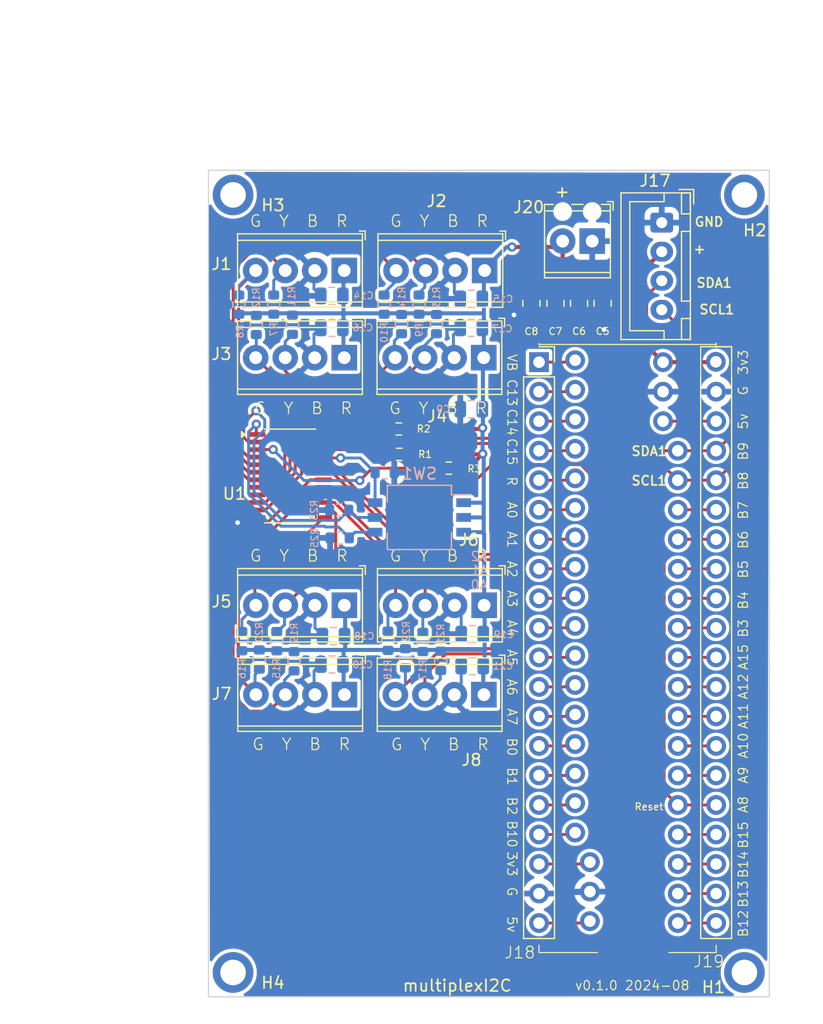
<source format=kicad_pcb>
(kicad_pcb (version 20240108) (generator "pcbnew") (generator_version "8.0")
  (title_block (date "2023-06-04"))
  (layers (0 "F.Cu" signal) (31 "B.Cu" signal) (34 "B.Paste" user) (35 "F.Paste" user) (36 "B.SilkS" user "B.Silkscreen") (37 "F.SilkS" user "F.Silkscreen") (38 "B.Mask" user) (39 "F.Mask" user) (44 "Edge.Cuts" user))
  (net 0 "")
  (net 1 "+3V3")
  (net 2 "GND")
  (net 3 "/SDA1")
  (net 4 "/SCL1")
  (net 5 "/SCL2")
  (net 6 "/SDA2")
  (net 7 "Net-(J18-3v3)")
  (net 8 "Net-(J18-5v)")
  (net 9 "Net-(J19-5v)")
  (net 10 "Net-(J18-VB)")
  (net 11 "Net-(J18-C13)")
  (net 12 "Net-(J18-C14)")
  (net 13 "Net-(J18-C15)")
  (net 14 "Net-(J18-R)")
  (net 15 "Net-(J18-A0)")
  (net 16 "Net-(J18-A1)")
  (net 17 "Net-(J18-A2)")
  (net 18 "Net-(J18-A3)")
  (net 19 "Net-(J18-A4)")
  (net 20 "Net-(J18-A5)")
  (net 21 "Net-(J18-A6)")
  (net 22 "Net-(J18-A7)")
  (net 23 "Net-(J18-B0)")
  (net 24 "Net-(J18-B1)")
  (net 25 "Net-(J18-B2)")
  (net 26 "Net-(J19-B12)")
  (net 27 "Net-(J19-B13)")
  (net 28 "Net-(J19-B14)")
  (net 29 "Net-(J19-B15)")
  (net 30 "Net-(J19-A8)")
  (net 31 "Net-(J19-A9)")
  (net 32 "Net-(J19-A10)")
  (net 33 "Net-(J19-A11)")
  (net 34 "Net-(J19-A12)")
  (net 35 "Net-(J19-A15)")
  (net 36 "Net-(J19-B4)")
  (net 37 "Net-(J19-B5)")
  (net 38 "Net-(J19-B6)")
  (net 39 "Net-(J19-B7)")
  (net 40 "/Connector0/SD")
  (net 41 "/Connector1/SD")
  (net 42 "/Connector2/SD")
  (net 43 "/Connector3/SD")
  (net 44 "/Connector4/SD")
  (net 45 "/Connector5/SD")
  (net 46 "/Connector6/SD")
  (net 47 "/Connector7/SD")
  (net 48 "Net-(U1-A0)")
  (net 49 "Net-(U1-A1)")
  (net 50 "Net-(U1-A2)")
  (net 51 "/Connector7/SC")
  (net 52 "/Connector6/SC")
  (net 53 "/Connector5/SC")
  (net 54 "/Connector4/SC")
  (net 55 "/Connector3/SC")
  (net 56 "/Connector2/SC")
  (net 57 "/Connector1/SC")
  (net 58 "/Connector0/SC")
  (footprint "ProjectLib:MountingHole_2.2mm_M2_ISO7380_Pad" (layer "F.Cu") (at 95.65 93.15)
    (property "Reference" "H1")
    (property "Value" "MountingHole")
  )
  (footprint "ProjectLib:TerminalBlock_Phoenix_MPT-0,5-4-2.54_1x04_P2.54mm_Horizontal" (layer "F.Cu") (at 73.23 32.69 180)
    (property "Reference" "J2")
    (property "Value" "Screw_Terminal_01x04" (hide yes))
  )
  (footprint "ProjectLib:TerminalBlock_Phoenix_MPT-0,5-4-2.54_1x04_P2.54mm_Horizontal" (layer "F.Cu") (at 61.17 69.18 180)
    (property "Reference" "J7")
    (property "Value" "Screw_Terminal_01x04" (hide yes))
  )
  (footprint "ProjectLib:TerminalBlock_Phoenix_MPT-0,5-4-2.54_1x04_P2.54mm_Horizontal" (layer "F.Cu") (at 61.16 61.49 180)
    (property "Reference" "J5")
    (property "Value" "Screw_Terminal_01x04")
  )
  (footprint "ProjectLib:b_pill_takeoffPads_21-40" (layer "F.Cu") (at 89.916 64.77)
    (property "Reference" "J**2" (hide yes))
    (property "Value" "SolderWire-0.25sqmm_1x20_P4.2mm_D0.65mm_OD1.7mm")
  )
  (footprint "ProjectLib:b_pill_socket_21-40" (layer "F.Cu") (at 93.218 64.77)
    (property "Reference" "J19")
    (property "Value" "PinSocket_1x20_P2.54mm_Vertical")
  )
  (footprint "ProjectLib:TerminalBlock_Phoenix_MPT-0,5-4-2.54_1x04_P2.54mm_Horizontal" (layer "F.Cu") (at 73.15 40.19 180)
    (property "Reference" "J4")
    (property "Value" "Screw_Terminal_01x04" (hide yes))
  )
  (footprint "ProjectLib:MountingHole_2.2mm_M2_ISO7380_Pad" (layer "F.Cu") (at 51.65 26.25)
    (property "Reference" "H3")
    (property "Value" "MountingHole")
  )
  (footprint "ProjectLib:C_0805_2012Metric" (layer "F.Cu") (at 81.42 35.57 -90)
    (property "Reference" "C6")
    (property "Value" "10µF")
  )
  (footprint "ProjectLib:R_0603_1608Metric" (layer "F.Cu") (at 65.95 48.57 180)
    (property "Reference" "R1")
    (property "Value" "10k")
  )
  (footprint "ProjectLib:C_0805_2012Metric" (layer "F.Cu") (at 79.39 35.58 -90)
    (property "Reference" "C7")
    (property "Value" "10µF")
  )
  (footprint "ProjectLib:TerminalBlock_Phoenix_MPT-0,5-4-2.54_1x04_P2.54mm_Horizontal" (layer "F.Cu") (at 73.168 69.1825 180)
    (property "Reference" "J8")
    (property "Value" "Screw_Terminal_01x04" (hide yes))
  )
  (footprint "ProjectLib:MountingHole_2.2mm_M2_ISO7380_Pad" (layer "F.Cu") (at 51.65 93.15)
    (property "Reference" "H4")
    (property "Value" "MountingHole")
  )
  (footprint "ProjectLib:JST_XH_B4B-XH-A_1x04_P2.50mm_Vertical" (layer "F.Cu") (at 88.536 28.635 -90)
    (property "Reference" "J17")
    (property "Value" "Conn_01x04_Pin")
  )
  (footprint "ProjectLib:TerminalBlock_Phoenix_MPT-0,5-4-2.54_1x04_P2.54mm_Horizontal" (layer "F.Cu") (at 61.15 32.69 180)
    (property "Reference" "J1")
    (property "Value" "Screw_Terminal_01x04")
  )
  (footprint "Package_SO:TSSOP-24_4.4x7.8mm_P0.65mm" (layer "F.Cu") (at 56.5675 50.435)
    (property "Reference" "U1")
    (property "Value" "TCA9548A")
  )
  (footprint "ProjectLib:C_0805_2012Metric" (layer "F.Cu") (at 83.45 35.57 -90)
    (property "Reference" "C5")
    (property "Value" "10µF")
  )
  (footprint "ProjectLib:b_pill_takeoffPads_1-20" (layer "F.Cu") (at 86.165 64.605)
    (property "Reference" "J**1" (hide yes))
    (property "Value" "SolderWire-0.25sqmm_1x20_P4.2mm_D0.65mm_OD1.7mm")
  )
  (footprint "ProjectLib:b_pill_socket_1-20" (layer "F.Cu") (at 77.978 64.77)
    (property "Reference" "J18")
    (property "Value" "PinSocket_1x20_P2.54mm_Vertical")
  )
  (footprint "ProjectLib:R_0603_1608Metric" (layer "F.Cu") (at 70.22 49.76 180)
    (property "Reference" "R3")
    (property "Value" "10k")
  )
  (footprint "ProjectLib:TerminalBlock_Phoenix_MPT-0,5-4-2.54_1x04_P2.54mm_Horizontal" (layer "F.Cu") (at 73.188 61.4925 180)
    (property "Reference" "J6")
    (property "Value" "Screw_Terminal_01x04" (hide yes))
  )
  (footprint "ProjectLib:R_0603_1608Metric" (layer "F.Cu") (at 65.91 46.39 180)
    (property "Reference" "R2")
    (property "Value" "10k")
  )
  (footprint "ProjectLib:C_0805_2012Metric" (layer "F.Cu") (at 77.32 35.58 -90)
    (property "Reference" "C8")
    (property "Value" "10µF")
  )
  (footprint "ProjectLib:MountingHole_2.2mm_M2_ISO7380_Pad" (layer "F.Cu") (at 95.65 26.25)
    (property "Reference" "H2")
    (property "Value" "MountingHole")
  )
  (footprint "ProjectLib:TerminalBlock_Phoenix_MPT-0,5-2-2.54_1x02_P2.54mm_Horizontal" (layer "F.Cu") (at 82.55 30.226 180)
    (property "Reference" "J20")
    (property "Value" "Screw_Terminal_01x02")
  )
  (footprint "ProjectLib:TerminalBlock_Phoenix_MPT-0,5-4-2.54_1x04_P2.54mm_Horizontal" (layer "F.Cu") (at 61.15 40.19 180)
    (property "Reference" "J3")
    (property "Value" "Screw_Terminal_01x04" (hide yes))
  )
  (footprint "ProjectLib:R_0603_1608Metric" (layer "B.Cu") (at 69.15 37.365 -90)
    (property "Reference" "R13")
    (property "Value" "4.7k")
  )
  (footprint "ProjectLib:C_0805_2012Metric" (layer "B.Cu") (at 72.15 37.69 180)
    (property "Reference" "C17")
    (property "Value" "0.1µF")
  )
  (footprint "ProjectLib:C_0805_2012Metric" (layer "B.Cu") (at 72.15 35.19 180)
    (property "Reference" "C15")
    (property "Value" "0.1µF")
  )
  (footprint "ProjectLib:C_0805_2012Metric" (layer "B.Cu") (at 72.15 44.69 180)
    (property "Reference" "C9")
    (property "Value" "0.1µF")
  )
  (footprint "ProjectLib:R_0603_1608Metric" (layer "B.Cu") (at 67.65 35.69 90)
    (property "Reference" "R9")
    (property "Value" "4.7k")
  )
  (footprint "ProjectLib:R_0603_1608Metric" (layer "B.Cu") (at 56.9 66.375 -90)
    (property "Reference" "R19")
    (property "Value" "4.7k")
  )
  (footprint "ProjectLib:R_0603_1608Metric" (layer "B.Cu") (at 52.41 64.65 90)
    (property "Reference" "R16")
    (property "Value" "4.7k")
  )
  (footprint "ProjectLib:R_0603_1608Metric" (layer "B.Cu") (at 60.78 53.37 180)
    (property "Reference" "R23")
    (property "Value" "100k")
  )
  (footprint "ProjectLib:C_0805_2012Metric" (layer "B.Cu") (at 72.23 66.79 180)
    (property "Reference" "C21")
    (property "Value" "0.1µF")
  )
  (footprint "ProjectLib:R_0603_1608Metric" (layer "B.Cu") (at 69.52 66.335 -90)
    (property "Reference" "R21")
    (property "Value" "4.7k")
  )
  (footprint "ProjectLib:R_0603_1608Metric" (layer "B.Cu") (at 55.15 35.69 90)
    (property "Reference" "R7")
    (property "Value" "4.7k")
  )
  (footprint "ProjectLib:R_0603_1608Metric" (layer "B.Cu") (at 67.98 64.715 90)
    (property "Reference" "R17")
    (property "Value" "4.7k")
  )
  (footprint "ProjectLib:R_0603_1608Metric" (layer "B.Cu") (at 64.98 64.615 90)
    (property "Reference" "R18")
    (property "Value" "4.7k")
  )
  (footprint "ProjectLib:C_0805_2012Metric" (layer "B.Cu") (at 60.29 64.21 180)
    (property "Reference" "C18")
    (property "Value" "0.1µF")
  )
  (footprint "ProjectLib:C_0805_2012Metric" (layer "B.Cu") (at 60.16 66.65 180)
    (property "Reference" "C20")
    (property "Value" "0.1µF")
  )
  (footprint "ProjectLib:R_0603_1608Metric" (layer "B.Cu") (at 66.15 37.365 -90)
    (property "Reference" "R14")
    (property "Value" "4.7k")
  )
  (footprint "ProjectLib:C_0805_2012Metric" (layer "B.Cu") (at 72.23 64.04 180)
    (property "Reference" "C19")
    (property "Value" "0.1µF")
  )
  (footprint "ProjectLib:C_0805_2012Metric" (layer "B.Cu") (at 60.15 34.94 180)
    (property "Reference" "C14")
    (property "Value" "0.1µF")
  )
  (footprint "ProjectLib:R_0603_1608Metric" (layer "B.Cu") (at 55.41 64.65 90)
    (property "Reference" "R15")
    (property "Value" "4.7k")
  )
  (footprint "ProjectLib:R_0603_1608Metric" (layer "B.Cu") (at 52.15 35.69 90)
    (property "Reference" "R8")
    (property "Value" "4.7k")
  )
  (footprint "ProjectLib:R_0603_1608Metric" (layer "B.Cu") (at 64.65 35.69 90)
    (property "Reference" "R10")
    (property "Value" "4.7k")
  )
  (footprint "ProjectLib:R_0603_1608Metric" (layer "B.Cu") (at 64.695 50.15)
    (property "Reference" "R4" (hide yes))
    (property "Value" "100k")
  )
  (footprint "ProjectLib:R_0603_1608Metric" (layer "B.Cu") (at 56.76 37.42 -90)
    (property "Reference" "R11")
    (property "Value" "4.7k")
  )
  (footprint "ProjectLib:SW_DIP_SPSTx03_Slide_KingTek_DSHP03TS_W7.62mm_P1.27mm" (layer "B.Cu") (at 67.68 54 180)
    (property "Reference" "SW1")
    (property "Value" "SW_DIP_x03")
  )
  (footprint "ProjectLib:R_0603_1608Metric" (layer "B.Cu") (at 53.91 66.225 -90)
    (property "Reference" "R20")
    (property "Value" "4.7k")
  )
  (footprint "ProjectLib:R_0603_1608Metric" (layer "B.Cu") (at 53.65 37.44 -90)
    (property "Reference" "R12")
    (property "Value" "4.7k")
  )
  (footprint "ProjectLib:R_0603_1608Metric" (layer "B.Cu") (at 60.825 55.76 180)
    (property "Reference" "R25")
    (property "Value" "100k")
  )
  (footprint "ProjectLib:C_0805_2012Metric" (layer "B.Cu") (at 60.15 37.69 180)
    (property "Reference" "C16")
    (property "Value" "0.1µF")
  )
  (footprint "ProjectLib:R_0603_1608Metric" (layer "B.Cu") (at 66.48 66.115 -90)
    (property "Reference" "R22")
    (property "Value" "4.7k")
  )
  (gr_rect (start 49.53 24.13) (end 97.79 95.25) (stroke (width 0.1)) (fill none) (layer "Edge.Cuts"))
  (gr_text "A0" (at 73.61 60.27 0) (layer "B.SilkS") (effects (font (size 0.8 0.8) (thickness 0.1)) (justify left bottom mirror)))
  (gr_text "A2" (at 73.61 57.81 0) (layer "B.SilkS") (effects (font (size 0.8 0.8) (thickness 0.1)) (justify left bottom mirror)))
  (gr_text "A1" (at 73.63 59.01 0) (layer "B.SilkS") (effects (font (size 0.8 0.8) (thickness 0.1)) (justify left bottom mirror)))
  (gr_text "SCL1" (at 85.852 51.308 0) (layer "F.SilkS") (effects (font (size 0.8 0.8)) (justify left bottom)))
  (gr_text "v0.1.0 2024-08" (at 81.026 94.742 0) (layer "F.SilkS") (effects (font (size 0.8 0.8) (thickness 0.1)) (justify left bottom)))
  (gr_text "multiplexI2C" (at 66.167 94.869 0) (layer "F.SilkS") (effects (font (size 1 1)) (justify left bottom)))
  (gr_text "Reset" (at 86.14 79.24 -0) (layer "F.SilkS") (effects (font (size 0.6 0.6) (thickness 0.1) (bold yes)) (justify left bottom)))
  (gr_text "+" (at 91.186 31.369 0) (layer "F.SilkS") (effects (font (size 0.8 0.8)) (justify left bottom)))
  (gr_text "SCL1" (at 91.694 36.576 0) (layer "F.SilkS") (effects (font (size 0.8 0.8)) (justify left bottom)))
  (gr_text "GND" (at 91.29 29.04 0) (layer "F.SilkS") (effects (font (size 0.8 0.8) (thickness 0.15) (bold yes)) (justify left bottom)))
  (gr_text "+" (at 79.248 26.543 0) (layer "F.SilkS") (effects (font (size 1 1)) (justify left bottom)))
  (gr_text "SDA1" (at 91.44 34.29 0) (layer "F.SilkS") (effects (font (size 0.8 0.8)) (justify left bottom)))
  (gr_text "SDA1" (at 85.852 48.768 0) (layer "F.SilkS") (effects (font (size 0.8 0.8)) (justify left bottom)))
  (segment (start 77.343 34.61) (end 77.343 30.861) (width 0.35) (layer "F.Cu") (net 1))
  (segment (start 81.407 33.782) (end 81.661 33.528) (width 0.35) (layer "F.Cu") (net 1))
  (segment (start 88.646 40.64) (end 93.163 40.64) (width 0.35) (layer "F.Cu") (net 1))
  (segment (start 62.241607 46.86) (end 59.43 46.86) (width 0.35) (layer "F.Cu") (net 1))
  (segment (start 81.407 34.61) (end 81.407 33.782) (width 0.35) (layer "F.Cu") (net 1))
  (segment (start 71.9 49.76) (end 73.13 48.53) (width 0.35) (layer "F.Cu") (net 1))
  (segment (start 86.143 33.528) (end 88.536 31.135) (width 0.35) (layer "F.Cu") (net 1))
  (segment (start 73.12 46.3) (end 73.03 46.39) (width 0.35) (layer "F.Cu") (net 1))
  (segment (start 73.03 46.39) (end 66.735 46.39) (width 0.35) (layer "F.Cu") (net 1))
  (segment (start 83.439 33.528) (end 86.143 33.528) (width 0.35) (layer "F.Cu") (net 1))
  (segment (start 73.09 48.57) (end 66.775 48.57) (width 0.35) (layer "F.Cu") (net 1))
  (segment (start 71.045 49.76) (end 71.9 49.76) (width 0.35) (layer "F.Cu") (net 1))
  (segment (start 75.65 30.734) (end 77.47 30.734) (width 0.35) (layer "F.Cu") (net 1))
  (segment (start 81.661 33.528) (end 83.439 33.528) (width 0.35) (layer "F.Cu") (net 1))
  (segment (start 73.13 48.53) (end 73.09 48.57) (width 0.35) (layer "F.Cu") (net 1))
  (segment (start 65.885 45.54) (end 63.561607 45.54) (width 0.35) (layer "F.Cu") (net 1))
  (segment (start 66.735 46.39) (end 65.885 45.54) (width 0.35) (layer "F.Cu") (net 1))
  (segment (start 88.646 40.64) (end 86.736 38.73) (width 0.35) (layer "F.Cu") (net 1))
  (segment (start 83.439 34.61) (end 83.439 33.528) (width 0.35) (layer "F.Cu") (net 1))
  (segment (start 80.01 30.226) (end 80.01 31.877) (width 0.35) (layer "F.Cu") (net 1))
  (segment (start 80.01 33.975) (end 80.01 30.226) (width 0.35) (layer "F.Cu") (net 1))
  (segment (start 80.01 31.877) (end 81.661 33.528) (width 0.35) (layer "F.Cu") (net 1))
  (segment (start 86.736 38.73) (end 86.736 32.935) (width 0.35) (layer "F.Cu") (net 1))
  (segment (start 79.375 34.61) (end 80.01 33.975) (width 0.35) (layer "F.Cu") (net 1))
  (segment (start 86.736 32.935) (end 88.536 31.135) (width 0.35) (layer "F.Cu") (net 1))
  (segment (start 63.561607 45.54) (end 62.241607 46.86) (width 0.35) (layer "F.Cu") (net 1))
  (segment (start 77.47 30.734) (end 79.502 30.734) (width 0.35) (layer "F.Cu") (net 1))
  (segment (start 77.343 30.861) (end 77.47 30.734) (width 0.35) (layer "F.Cu") (net 1))
  (via (at 73.13 48.53) (size 0.8) (drill 0.4) (layers "F.Cu" "B.Cu") (net 1))
  (via (at 73.12 46.3) (size 0.8) (drill 0.4) (layers "F.Cu" "B.Cu") (net 1))
  (via (at 75.65 30.734) (size 0.8) (drill 0.4) (layers "F.Cu" "B.Cu") (net 1))
  (segment (start 73.12 46.3) (end 73.12 48.52) (width 0.35) (layer "B.Cu") (net 1))
  (segment (start 69.15 36.44) (end 67.65 36.44) (width 0.35) (layer "B.Cu") (net 1))
  (segment (start 73.217 55.4) (end 73.087 55.27) (width 0.35) (layer "B.Cu") (net 1))
  (segment (start 67.65 36.44) (end 66.15 36.44) (width 0.35) (layer "B.Cu") (net 1))
  (segment (start 64.65 36.44) (end 51.9 36.44) (width 0.35) (layer "B.Cu") (net 1))
  (segment (start 73.087 55.27) (end 71.49 55.27) (width 0.35) (layer "B.Cu") (net 1))
  (segment (start 61.15 40.19) (end 61.15 37.69) (width 0.35) (layer "B.Cu") (net 1))
  (segment (start 61.16 65.4) (end 52.41 65.4) (width 0.35) (layer "B.Cu") (net 1))
  (segment (start 73.255 55.438) (end 73.255 61.56) (width 0.35) (layer "B.Cu") (net 1))
  (segment (start 73.15 40.19) (end 73.15 45.69) (width 0.35) (layer "B.Cu") (net 1))
  (segment (start 73.297 61.675) (end 73.297 66.923) (width 0.35) (layer "B.Cu") (net 1))
  (segment (start 73.217 52.73) (end 73.217 48.617) (width 0.35) (layer "B.Cu") (net 1))
  (segment (start 75.186 30.734) (end 73.23 32.69) (width 0.35) (layer "B.Cu") (net 1))
  (segment (start 73.15 45.69) (end 73.15 46.44) (width 0.35) (layer "B.Cu") (net 1))
  (segment (start 73.18 66.79) (end 73.18 69.058) (width 0.35) (layer "B.Cu") (net 1))
  (segment (start 73.23 39.61) (end 73.23 36.69) (width 0.35) (layer "B.Cu") (net 1))
  (segment (start 73.217 53.98) (end 73.217 52.73) (width 0.35) (layer "B.Cu") (net 1))
  (segment (start 61.15 36.69) (end 61.15 32.69) (width 0.35) (layer "B.Cu") (net 1))
  (segment (start 73.23 36.69) (end 73.23 36.44) (width 0.35) (layer "B.Cu") (net 1))
  (segment (start 61.15 37.69) (end 61.15 36.69) (width 0.35) (layer "B.Cu") (net 1))
  (segment (start 61.16 65.65) (end 61.16 65.4) (width 0.35) (layer "B.Cu") (net 1))
  (segment (start 75.65 30.734) (end 75.186 30.734) (width 0.35) (layer "B.Cu") (net 1))
  (segment (start 73.217 55.4) (end 73.217 53.98) (width 0.35) (layer "B.Cu") (net 1))
  (segment (start 61.16 65.4) (end 73.37 65.4) (width 0.35) (layer "B.Cu") (net 1))
  (segment (start 73.087 55.27) (end 73.255 55.438) (width 0.35) (layer "B.Cu") (net 1))
  (segment (start 73.197 54) (end 71.49 54) (width 0.35) (layer "B.Cu") (net 1))
  (segment (start 73.217 52.73) (end 71.49 52.73) (width 0.35) (layer "B.Cu") (net 1))
  (segment (start 66.15 36.44) (end 64.65 36.44) (width 0.35) (layer "B.Cu") (net 1))
  (segment (start 73.217 53.98) (end 73.197 54) (width 0.35) (layer "B.Cu") (net 1))
  (segment (start 73.23 35.19) (end 73.23 32.69) (width 0.35) (layer "B.Cu") (net 1))
  (segment (start 73.23 36.44) (end 69.15 36.44) (width 0.35) (layer "B.Cu") (net 1))
  (segment (start 61.16 69.15) (end 61.16 65.65) (width 0.35) (layer "B.Cu") (net 1))
  (segment (start 73.12 48.52) (end 73.13 48.53) (width 0.35) (layer "B.Cu") (net 1))
  (segment (start 61.3 65.32) (end 61.3 61.57) (width 0.35) (layer "B.Cu") (net 1))
  (segment (start 73.217 48.617) (end 73.13 48.53) (width 0.35) (layer "B.Cu") (net 1))
  (segment (start 73.23 36.44) (end 73.23 35.19) (width 0.35) (layer "B.Cu") (net 1))
  (segment (start 79.375 36.51) (end 81.407 36.51) (width 0.25) (layer "F.Cu") (net 2))
  (segment (start 83.439 37.719) (end 83.566 37.846) (width 0.25) (layer "F.Cu") (net 2))
  (segment (start 77.343 36.51) (end 79.375 36.51) (width 0.25) (layer "F.Cu") (net 2))
  (segment (start 52.48 54.01) (end 52.04 54.45) (width 0.25) (layer "F.Cu") (net 2))
  (segment (start 75.819 36.576) (end 77.277 36.576) (width 0.25) (layer "F.Cu") (net 2))
  (segment (start 83.439 36.51) (end 83.439 37.719) (width 0.25) (layer "F.Cu") (net 2))
  (segment (start 53.705 54.01) (end 52.48 54.01) (width 0.25) (layer "F.Cu") (net 2))
  (segment (start 81.407 36.51) (end 83.439 36.51) (width 0.25) (layer "F.Cu") (net 2))
  (via (at 52.04 54.45) (size 0.8) (drill 0.4) (layers "F.Cu" "B.Cu") (net 2))
  (via (at 83.566 37.846) (size 0.8) (drill 0.4) (layers "F.Cu" "B.Cu") (net 2))
  (via (at 75.819 36.576) (size 0.8) (drill 0.4) (layers "F.Cu" "B.Cu") (net 2))
  (segment (start 58.61 38.23) (end 59.15 37.69) (width 0.25) (layer "B.Cu") (net 2))
  (segment (start 58.62 67.19) (end 59.16 66.65) (width 0.25) (layer "B.Cu") (net 2))
  (segment (start 70.695 69.25) (end 70.695 69.675) (width 0.25) (layer "B.Cu") (net 2))
  (segment (start 58.61 32.69) (end 58.61 34.35) (width 0.25) (layer "B.Cu") (net 2))
  (segment (start 58.62 69.15) (end 58.62 67.19) (width 0.25) (layer "B.Cu") (net 2))
  (segment (start 71.85 71.16) (end 71.92 71.16) (width 0.25) (layer "B.Cu") (net 2))
  (segment (start 70.695 70.005) (end 71.85 71.16) (width 0.25) (layer "B.Cu") (net 2))
  (segment (start 58.7 61.59) (end 58.7 63.5) (width 0.25) (layer "B.Cu") (net 2))
  (segment (start 70 64.04) (end 69.99 64.03) (width 0.25) (layer "B.Cu") (net 2))
  (segment (start 70.69 32.69) (end 70.69 34.73) (width 0.25) (layer "B.Cu") (net 2))
  (segment (start 58.7 63.5) (end 59.29 64.09) (width 0.25) (layer "B.Cu") (net 2))
  (segment (start 70.61 40.19) (end 70.61 38.28) (width 0.25) (layer "B.Cu") (net 2))
  (segment (start 77.978 86.36) (end 82.423 86.36) (width 0.25) (layer "B.Cu") (net 2))
  (segment (start 70.69 34.73) (end 71.15 35.19) (width 0.25) (layer "B.Cu") (net 2))
  (segment (start 58.61 34.35) (end 59.2 34.94) (width 0.25) (layer "B.Cu") (net 2))
  (segment (start 70.695 69.675) (end 72.16 71.14) (width 0.25) (layer "B.Cu") (net 2))
  (segment (start 72.16 71.14) (end 72.25 71.14) (width 0.25) (layer "B.Cu") (net 2))
  (segment (start 70.61 38.28) (end 71.2 37.69) (width 0.25) (layer "B.Cu") (net 2))
  (segment (start 70.695 69.25) (end 70.695 70.005) (width 0.25) (layer "B.Cu") (net 2))
  (segment (start 71.28 64.04) (end 71.28 62.198) (width 0.25) (layer "B.Cu") (net 2))
  (segment (start 71.28 66.79) (end 71.28 68.652) (width 0.25) (layer "B.Cu") (net 2))
  (segment (start 71.28 64.04) (end 70 64.04) (width 0.25) (layer "B.Cu") (net 2))
  (segment (start 58.61 40.19) (end 58.61 38.23) (width 0.25) (layer "B.Cu") (net 2))
  (segment (start 75.4 37.69) (end 75.4 46.19) (width 0.25) (layer "F.Cu") (net 3))
  (segment (start 87.236 37.452) (end 87.236 34.935) (width 0.25) (layer "F.Cu") (net 3))
  (segment (start 88.713919 48.26) (end 89.916 48.26) (width 0.25) (layer "F.Cu") (net 3))
  (segment (start 87.757 37.973) (end 87.236 37.452) (width 0.25) (layer "F.Cu") (net 3))
  (segment (start 95.181 47.117) (end 94.361 47.117) (width 0.25) (layer "F.Cu") (net 3))
  (segment (start 65.085 46.39) (end 63.965 47.51) (width 0.25) (layer "F.Cu") (net 3))
  (segment (start 94.361 47.117) (end 93.218 48.26) (width 0.25) (layer "F.Cu") (net 3))
  (segment (start 84.818 40.693) (end 84.818 44.364081) (width 0.25) (layer "F.Cu") (net 3))
  (segment (start 81.844 37.719) (end 75.984604 37.719) (width 0.25) (layer "F.Cu") (net 3))
  (segment (start 75.984604 37.719) (end 75.955604 37.69) (width 0.25) (layer "F.Cu") (net 3))
  (segment (start 95.181 37.973) (end 95.181 47.117) (width 0.25) (layer "F.Cu") (net 3))
  (segment (start 87.236 34.935) (end 88.536 33.635) (width 0.25) (layer "F.Cu") (net 3))
  (segment (start 65.885 47.19) (end 65.085 46.39) (width 0.25) (layer "F.Cu") (net 3))
  (segment (start 84.818 44.364081) (end 88.713919 48.26) (width 0.25) (layer "F.Cu") (net 3))
  (segment (start 75.4 46.19) (end 74.4 47.19) (width 0.25) (layer "F.Cu") (net 3))
  (segment (start 90.678 48.26) (end 92.581604 48.26) (width 0.25) (layer "F.Cu") (net 3))
  (segment (start 63.965 47.51) (end 59.43 47.51) (width 0.25) (layer "F.Cu") (net 3))
  (segment (start 75.955604 37.69) (end 75.4 37.69) (width 0.25) (layer "F.Cu") (net 3))
  (segment (start 87.757 37.973) (end 95.181 37.973) (width 0.25) (layer "F.Cu") (net 3))
  (segment (start 74.4 47.19) (end 65.885 47.19) (width 0.25) (layer "F.Cu") (net 3))
  (segment (start 81.844 37.719) (end 84.818 40.693) (width 0.25) (layer "F.Cu") (net 3))
  (segment (start 75.9 38.44) (end 75.9 46.44) (width 0.25) (layer "F.Cu") (net 4))
  (segment (start 94.234 49.784) (end 93.218 50.8) (width 0.25) (layer "F.Cu") (net 4))
  (segment (start 81.661 38.354) (end 75.986 38.354) (width 0.25) (layer "F.Cu") (net 4))
  (segment (start 90.043 50.8) (end 93.218 50.8) (width 0.25) (layer "F.Cu") (net 4))
  (segment (start 95.631 37.465) (end 95.631 49.784) (width 0.25) (layer "F.Cu") (net 4))
  (segment (start 74.7 47.64) (end 66.055 47.64) (width 0.25) (layer "F.Cu") (net 4))
  (segment (start 81.661 38.354) (end 84.368 41.061) (width 0.25) (layer "F.Cu") (net 4))
  (segment (start 66.055 47.64) (end 65.125 48.57) (width 0.25) (layer "F.Cu") (net 4))
  (segment (start 64.715 48.16) (end 59.43 48.16) (width 0.25) (layer "F.Cu") (net 4))
  (segment (start 88.84 36.389) (end 89.916 37.465) (width 0.25) (layer "F.Cu") (net 4))
  (segment (start 75.9 46.44) (end 74.7 47.64) (width 0.25) (layer "F.Cu") (net 4))
  (segment (start 84.368 41.061) (end 84.368 45.252) (width 0.25) (layer "F.Cu") (net 4))
  (segment (start 65.125 48.57) (end 64.715 48.16) (width 0.25) (layer "F.Cu") (net 4))
  (segment (start 89.916 37.465) (end 95.631 37.465) (width 0.25) (layer "F.Cu") (net 4))
  (segment (start 95.631 49.784) (end 94.234 49.784) (width 0.25) (layer "F.Cu") (net 4))
  (segment (start 75.986 38.354) (end 75.9 38.44) (width 0.25) (layer "F.Cu") (net 4))
  (segment (start 84.368 45.252) (end 89.916 50.8) (width 0.25) (layer "F.Cu") (net 4))
  (segment (start 77.978 81.28) (end 81.153 81.28) (width 0.25) (layer "F.Cu") (net 5))
  (segment (start 90.678 63.5) (end 93.218 63.5) (width 0.25) (layer "F.Cu") (net 6))
  (segment (start 77.978 83.82) (end 82.19 83.82) (width 0.25) (layer "F.Cu") (net 7))
  (segment (start 77.978 88.9) (end 82.19 88.9) (width 0.25) (layer "F.Cu") (net 8))
  (segment (start 88.646 45.72) (end 93.218 45.72) (width 0.25) (layer "F.Cu") (net 9))
  (segment (start 77.978 40.64) (end 80.92 40.64) (width 0.25) (layer "F.Cu") (net 10))
  (segment (start 77.978 43.18) (end 81.026 43.18) (width 0.25) (layer "F.Cu") (net 11))
  (segment (start 77.978 45.72) (end 81.026 45.72) (width 0.25) (layer "F.Cu") (net 12))
  (segment (start 81.026 48.26) (end 77.978 48.26) (width 0.25) (layer "F.Cu") (net 13))
  (segment (start 77.978 50.8) (end 81.026 50.8) (width 0.25) (layer "F.Cu") (net 14))
  (segment (start 81.026 53.34) (end 77.978 53.34) (width 0.25) (layer "F.Cu") (net 15))
  (segment (start 77.978 55.88) (end 81.026 55.88) (width 0.25) (layer "F.Cu") (net 16))
  (segment (start 81.026 58.42) (end 77.978 58.42) (width 0.25) (layer "F.Cu") (net 17))
  (segment (start 77.978 60.96) (end 81.026 60.96) (width 0.25) (layer "F.Cu") (net 18))
  (segment (start 81.026 63.5) (end 77.978 63.5) (width 0.25) (layer "F.Cu") (net 19))
  (segment (start 77.978 66.04) (end 81.026 66.04) (width 0.25) (layer "F.Cu") (net 20))
  (segment (start 81.026 68.58) (end 77.978 68.58) (width 0.25) (layer "F.Cu") (net 21))
  (segment (start 77.978 71.12) (end 81.026 71.12) (width 0.25) (layer "F.Cu") (net 22))
  (segment (start 81.026 73.66) (end 77.978 73.66) (width 0.25) (layer "F.Cu") (net 23))
  (segment (start 77.978 76.2) (end 81.026 76.2) (width 0.25) (layer "F.Cu") (net 24))
  (segment (start 77.978 78.74) (end 81.026 78.74) (width 0.25) (layer "F.Cu") (net 25))
  (segment (start 90.043 88.9) (end 93.218 88.9) (width 0.25) (layer "F.Cu") (net 26))
  (segment (start 90.043 86.36) (end 93.218 86.36) (width 0.25) (layer "F.Cu") (net 27))
  (segment (start 90.043 83.82) (end 93.218 83.82) (width 0.25) (layer "F.Cu") (net 28))
  (segment (start 90.043 81.28) (end 93.218 81.28) (width 0.25) (layer "F.Cu") (net 29))
  (segment (start 81.561701 49.45) (end 73.9 49.45) (width 0.25) (layer "F.Cu") (net 30))
  (segment (start 90.043 78.74) (end 93.218 78.74) (width 0.25) (layer "F.Cu") (net 30))
  (segment (start 89.916 78.74) (end 88.741 77.565) (width 0.25) (layer "F.Cu") (net 30))
  (segment (start 55.1 48.16) (end 53.705 48.16) (width 0.25) (layer "F.Cu") (net 30))
  (segment (start 63.62 49.76) (end 62.556402 50.823598) (width 0.25) (layer "F.Cu") (net 30))
  (segment (start 88.741 56.629299) (end 81.561701 49.45) (width 0.25) (layer "F.Cu") (net 30))
  (segment (start 88.741 77.565) (end 88.741 56.629299) (width 0.25) (layer "F.Cu") (net 30))
  (segment (start 69.395 49.76) (end 63.62 49.76) (width 0.25) (layer "F.Cu") (net 30))
  (segment (start 70.195 50.56) (end 69.395 49.76) (width 0.25) (layer "F.Cu") (net 30))
  (segment (start 73.9 49.45) (end 72.79 50.56) (width 0.25) (layer "F.Cu") (net 30))
  (segment (start 72.79 50.56) (end 70.195 50.56) (width 0.25) (layer "F.Cu") (net 30))
  (via (at 62.556402 50.823598) (size 0.8) (drill 0.4) (layers "F.Cu" "B.Cu") (net 30))
  (via (at 55.1 48.16) (size 0.8) (drill 0.4) (layers "F.Cu" "B.Cu") (net 30))
  (segment (start 57.763598 50.823598) (end 62.556402 50.823598) (width 0.25) (layer "B.Cu") (net 30))
  (segment (start 55.1 48.16) (end 57.763598 50.823598) (width 0.25) (layer "B.Cu") (net 30))
  (segment (start 90.043 76.2) (end 93.218 76.2) (width 0.25) (layer "F.Cu") (net 31))
  (segment (start 90.043 73.66) (end 93.218 73.66) (width 0.25) (layer "F.Cu") (net 32))
  (segment (start 90.043 71.12) (end 93.218 71.12) (width 0.25) (layer "F.Cu") (net 33))
  (segment (start 90.043 68.58) (end 93.218 68.58) (width 0.25) (layer "F.Cu") (net 34))
  (segment (start 90.17 66.04) (end 93.218 66.04) (width 0.25) (layer "F.Cu") (net 35))
  (segment (start 90.043 60.96) (end 93.218 60.96) (width 0.25) (layer "F.Cu") (net 36))
  (segment (start 90.043 58.42) (end 93.218 58.42) (width 0.25) (layer "F.Cu") (net 37))
  (segment (start 90.17 55.88) (end 93.218 55.88) (width 0.25) (layer "F.Cu") (net 38))
  (segment (start 90.043 53.34) (end 93.218 53.34) (width 0.25) (layer "F.Cu") (net 39))
  (segment (start 52.967501 48.81) (end 52.12 47.962499) (width 0.25) (layer "F.Cu") (net 40))
  (segment (start 52.12 34.2345) (end 53.597 32.7575) (width 0.25) (layer "F.Cu") (net 40))
  (segment (start 53.705 48.81) (end 52.967501 48.81) (width 0.25) (layer "F.Cu") (net 40))
  (segment (start 52.12 47.962499) (end 52.12 34.2345) (width 0.25) (layer "F.Cu") (net 40))
  (segment (start 53.53 32.69) (end 52.15 34.07) (width 0.25) (layer "B.Cu") (net 40))
  (segment (start 52.15 34.07) (end 52.15 34.865) (width 0.25) (layer "B.Cu") (net 40))
  (segment (start 52.89 30.7) (end 63.6195 30.7) (width 0.25) (layer "F.Cu") (net 41))
  (segment (start 51.21 48.352499) (end 51.21 32.38) (width 0.25) (layer "F.Cu") (net 41))
  (segment (start 51.21 32.38) (end 52.89 30.7) (width 0.25) (layer "F.Cu") (net 41))
  (segment (start 63.6195 30.7) (end 65.677 32.7575) (width 0.25) (layer "F.Cu") (net 41))
  (segment (start 53.705 50.11) (end 52.967501 50.11) (width 0.25) (layer "F.Cu") (net 41))
  (segment (start 52.967501 50.11) (end 51.21 48.352499) (width 0.25) (layer "F.Cu") (net 41))
  (segment (start 65.61 33.73) (end 64.65 34.69) (width 0.25) (layer "B.Cu") (net 41))
  (segment (start 53.705 51.41) (end 54.469707 51.41) (width 0.25) (layer "F.Cu") (net 42))
  (segment (start 55.8995 42.56) (end 55.92 42.56) (width 0.25) (layer "F.Cu") (net 42))
  (segment (start 56.1 49.779707) (end 56.1 42.74) (width 0.25) (layer "F.Cu") (net 42))
  (segment (start 55.8995 42.56) (end 53.597 40.2575) (width 0.25) (layer "F.Cu") (net 42))
  (segment (start 55.92 42.56) (end 56.1 42.74) (width 0.25) (layer "F.Cu") (net 42))
  (segment (start 54.469707 51.41) (end 56.1 49.779707) (width 0.25) (layer "F.Cu") (net 42))
  (segment (start 53.65 38.265) (end 53.65 40.2045) (width 0.25) (layer "B.Cu") (net 42))
  (segment (start 53.65 40.2045) (end 53.597 40.2575) (width 0.25) (layer "B.Cu") (net 42))
  (segment (start 54.442499 52.71) (end 57 50.152499) (width 0.25) (layer "F.Cu") (net 43))
  (segment (start 53.705 52.71) (end 54.442499 52.71) (width 0.25) (layer "F.Cu") (net 43))
  (segment (start 60.7945 45.06) (end 65.597 40.2575) (width 0.25) (layer "F.Cu") (net 43))
  (segment (start 57 50.152499) (end 57 45.06) (width 0.25) (layer "F.Cu") (net 43))
  (segment (start 57 45.06) (end 60.7945 45.06) (width 0.25) (layer "F.Cu") (net 43))
  (segment (start 65.53 38.81) (end 66.15 38.19) (width 0.25) (layer "B.Cu") (net 43))
  (segment (start 65.53 40.19) (end 65.53 38.81) (width 0.25) (layer "B.Cu") (net 43))
  (segment (start 53.527 61.4775) (end 53.527 59.913) (width 0.25) (layer "F.Cu") (net 44))
  (segment (start 53.527 59.913) (end 59.43 54.01) (width 0.25) (layer "F.Cu") (net 44))
  (segment (start 53.607 61.5575) (end 53.527 61.4775) (width 0.25) (layer "F.Cu") (net 44))
  (segment (start 52.41 62.78) (end 52.41 63.9) (width 0.25) (layer "B.Cu") (net 44))
  (segment (start 53.54 61.65) (end 52.41 62.78) (width 0.25) (layer "B.Cu") (net 44))
  (segment (start 59.43 52.71) (end 60.371312 52.71) (width 0.25) (layer "F.Cu") (net 45))
  (segment (start 60.371312 52.71) (end 65.635 57.973688) (width 0.25) (layer "F.Cu") (net 45))
  (segment (start 65.635 57.973688) (end 65.635 61.56) (width 0.25) (layer "F.Cu") (net 45))
  (segment (start 64.98 63.79) (end 64.98 62.372) (width 0.25) (layer "B.Cu") (net 45))
  (segment (start 64.98 62.372) (end 65.677 61.675) (width 0.25) (layer "B.Cu") (net 45))
  (segment (start 52.102 67.7325) (end 53.617 69.2475) (width 0.25) (layer "F.Cu") (net 46))
  (segment (start 58.692501 51.41) (end 52.102 58.000501) (width 0.25) (layer "F.Cu") (net 46))
  (segment (start 59.43 51.41) (end 58.692501 51.41) (width 0.25) (layer "F.Cu") (net 46))
  (segment (start 52.102 58.000501) (end 52.102 67.7325) (width 0.25) (layer "F.Cu") (net 46))
  (segment (start 53.54 67.52) (end 53.91 67.15) (width 0.25) (layer "B.Cu") (net 46))
  (segment (start 53.54 69.15) (end 53.54 67.52) (width 0.25) (layer "B.Cu") (net 46))
  (segment (start 74.22 57.63) (end 74.9 58.31) (width 0.25) (layer "F.Cu") (net 47))
  (segment (start 69.575 65.29) (end 65.615 69.25) (width 0.25) (layer "F.Cu") (net 47))
  (segment (start 74.213604 65.29) (end 69.575 65.29) (width 0.25) (layer "F.Cu") (net 47))
  (segment (start 59.43 50.11) (end 60.167499 50.11) (width 0.25) (layer "F.Cu") (net 47))
  (segment (start 67.687499 57.63) (end 74.22 57.63) (width 0.25) (layer "F.Cu") (net 47))
  (segment (start 74.9 64.603604) (end 74.213604 65.29) (width 0.25) (layer "F.Cu") (net 47))
  (segment (start 74.9 58.31) (end 74.9 64.603604) (width 0.25) (layer "F.Cu") (net 47))
  (segment (start 60.167499 50.11) (end 67.687499 57.63) (width 0.25) (layer "F.Cu") (net 47))
  (segment (start 66.48 66.94) (end 66.48 68.372) (width 0.25) (layer "B.Cu") (net 47))
  (segment (start 66.48 68.372) (end 65.677 69.175) (width 0.25) (layer "B.Cu") (net 47))
  (segment (start 53.65 46.805) (end 53.705 46.86) (width 0.25) (layer "F.Cu") (net 48))
  (segment (start 53.65 45.98) (end 53.65 46.805) (width 0.25) (layer "F.Cu") (net 48))
  (via (at 53.65 45.98) (size 0.8) (drill 0.4) (layers "F.Cu" "B.Cu") (net 48))
  (segment (start 62.14 55.27) (end 61.65 55.76) (width 0.25) (layer "B.Cu") (net 48))
  (segment (start 52.99 51.97) (end 55.771502 54.751502) (width 0.25) (layer "B.Cu") (net 48))
  (segment (start 52.99 46.64) (end 52.99 51.97) (width 0.25) (layer "B.Cu") (net 48))
  (segment (start 53.65 45.98) (end 52.99 46.64) (width 0.25) (layer "B.Cu") (net 48))
  (segment (start 63.87 55.27) (end 62.14 55.27) (width 0.25) (layer "B.Cu") (net 48))
  (segment (start 60.71 54.82) (end 61.65 55.76) (width 0.25) (layer "B.Cu") (net 48))
  (segment (start 59.596996 54.82) (end 60.71 54.82) (width 0.25) (layer "B.Cu") (net 48))
  (segment (start 55.771502 54.751502) (end 59.528498 54.751502) (width 0.25) (layer "B.Cu") (net 48))
  (segment (start 59.528498 54.751502) (end 59.596996 54.82) (width 0.25) (layer "B.Cu") (net 48))
  (segment (start 52.57 45.87) (end 52.57 47.112499) (width 0.25) (layer "F.Cu") (net 49))
  (segment (start 52.967501 47.51) (end 53.705 47.51) (width 0.25) (layer "F.Cu") (net 49))
  (segment (start 52.57 47.112499) (end 52.967501 47.51) (width 0.25) (layer "F.Cu") (net 49))
  (segment (start 53.62 44.82) (end 52.57 45.87) (width 0.25) (layer "F.Cu") (net 49))
  (via (at 53.62 44.82) (size 0.8) (drill 0.4) (layers "F.Cu" "B.Cu") (net 49))
  (segment (start 53.62 44.82) (end 54.375 45.575) (width 0.25) (layer "B.Cu") (net 49))
  (segment (start 54.375 46.445) (end 54.1 46.72) (width 0.25) (layer "B.Cu") (net 49))
  (segment (start 60.725 54.25) (end 61.605 53.37) (width 0.25) (layer "B.Cu") (net 49))
  (segment (start 62.235 54) (end 63.87 54) (width 0.25) (layer "B.Cu") (net 49))
  (segment (start 54.1 46.72) (end 53.45 47.37) (width 0.25) (layer "B.Cu") (net 49))
  (segment (start 61.605 53.37) (end 62.235 54) (width 0.25) (layer "B.Cu") (net 49))
  (segment (start 54.1 52.43) (end 55.92 54.25) (width 0.25) (layer "B.Cu") (net 49))
  (segment (start 53.45 47.37) (end 53.45 51.793604) (width 0.25) (layer "B.Cu") (net 49))
  (segment (start 53.45 51.793604) (end 54.088198 52.431802) (width 0.25) (layer "B.Cu") (net 49))
  (segment (start 55.92 54.25) (end 60.725 54.25) (width 0.25) (layer "B.Cu") (net 49))
  (segment (start 54.375 45.575) (end 54.375 46.445) (width 0.25) (layer "B.Cu") (net 49))
  (segment (start 60.9 48.885) (end 59.505 48.885) (width 0.25) (layer "F.Cu") (net 50))
  (segment (start 59.505 48.885) (end 59.43 48.81) (width 0.25) (layer "F.Cu") (net 50))
  (via (at 60.9 48.885) (size 0.8) (drill 0.4) (layers "F.Cu" "B.Cu") (net 50))
  (segment (start 63.87 50.15) (end 63.87 52.73) (width 0.25) (layer "B.Cu") (net 50))
  (segment (start 60.9 48.885) (end 62.605 48.885) (width 0.25) (layer "B.Cu") (net 50))
  (segment (start 61.045 48.74) (end 60.9 48.885) (width 0.25) (layer "B.Cu") (net 50))
  (segment (start 62.605 48.885) (end 63.87 50.15) (width 0.25) (layer "B.Cu") (net 50))
  (segment (start 59.43 49.46) (end 60.153895 49.46) (width 0.25) (layer "F.Cu") (net 51))
  (segment (start 69.92 65.8) (end 68.155 67.565) (width 0.25) (layer "F.Cu") (net 51))
  (segment (start 75.35 62.315) (end 75.35 64.79) (width 0.25) (layer "F.Cu") (net 51))
  (segment (start 67.873895 57.18) (end 74.48 57.18) (width 0.25) (layer "F.Cu") (net 51))
  (segment (start 74.4 65.74) (end 69.92 65.74) (width 0.25) (layer "F.Cu") (net 51))
  (segment (start 60.153895 49.46) (end 67.873895 57.18) (width 0.25) (layer "F.Cu") (net 51))
  (segment (start 75.37 58.07) (end 75.37 62.295) (width 0.25) (layer "F.Cu") (net 51))
  (segment (start 74.48 57.18) (end 75.37 58.07) (width 0.25) (layer "F.Cu") (net 51))
  (segment (start 68.155 67.565) (end 68.155 69.25) (width 0.25) (layer "F.Cu") (net 51))
  (segment (start 59.43 49.46) (end 60.167499 49.46) (width 0.25) (layer "F.Cu") (net 51))
  (segment (start 75.37 62.295) (end 75.35 62.315) (width 0.25) (layer "F.Cu") (net 51))
  (segment (start 75.35 64.79) (end 74.4 65.74) (width 0.25) (layer "F.Cu") (net 51))
  (segment (start 69.48 66.94) (end 69.48 67.912) (width 0.25) (layer "B.Cu") (net 51))
  (segment (start 69.48 67.912) (end 68.217 69.175) (width 0.25) (layer "B.Cu") (net 51))
  (segment (start 59.43 50.76) (end 58.296312 50.76) (width 0.25) (layer "F.Cu") (net 52))
  (segment (start 53.026745 70.6725) (end 54.732 70.6725) (width 0.25) (layer "F.Cu") (net 52))
  (segment (start 51.652 57.404312) (end 51.652 69.297755) (width 0.25) (layer "F.Cu") (net 52))
  (segment (start 51.652 69.297755) (end 53.026745 70.6725) (width 0.25) (layer "F.Cu") (net 52))
  (segment (start 58.296312 50.76) (end 51.652 57.404312) (width 0.25) (layer "F.Cu") (net 52))
  (segment (start 54.732 70.6725) (end 56.157 69.2475) (width 0.25) (layer "F.Cu") (net 52))
  (segment (start 56.08 67.98) (end 56.91 67.15) (width 0.25) (layer "B.Cu") (net 52))
  (segment (start 56.08 69.15) (end 56.08 67.98) (width 0.25) (layer "B.Cu") (net 52))
  (segment (start 68.175 59.877292) (end 68.175 61.56) (width 0.25) (layer "F.Cu") (net 53))
  (segment (start 60.357708 52.06) (end 68.175 59.877292) (width 0.25) (layer "F.Cu") (net 53))
  (segment (start 59.43 52.06) (end 60.357708 52.06) (width 0.25) (layer "F.Cu") (net 53))
  (segment (start 67.98 63.89) (end 67.98 61.912) (width 0.25) (layer "B.Cu") (net 53))
  (segment (start 56.147 61.5575) (end 60.4925 57.212) (width 0.25) (layer "F.Cu") (net 54))
  (segment (start 60.4925 53.685001) (end 60.167499 53.36) (width 0.25) (layer "F.Cu") (net 54))
  (segment (start 60.4925 57.212) (end 60.4925 53.685001) (width 0.25) (layer "F.Cu") (net 54))
  (segment (start 60.167499 53.36) (end 59.43 53.36) (width 0.25) (layer "F.Cu") (net 54))
  (segment (start 56.08 63.23) (end 55.41 63.9) (width 0.25) (layer "B.Cu") (net 54))
  (segment (start 56.08 61.65) (end 56.08 63.23) (width 0.25) (layer "B.Cu") (net 54))
  (segment (start 57.55 45.71) (end 62.6845 45.71) (width 0.25) (layer "F.Cu") (net 55))
  (segment (start 62.6845 45.71) (end 68.137 40.2575) (width 0.25) (layer "F.Cu") (net 55))
  (segment (start 53.705 53.36) (end 54.442499 53.36) (width 0.25) (layer "F.Cu") (net 55))
  (segment (start 57.55 50.252499) (end 57.55 45.71) (width 0.25) (layer "F.Cu") (net 55))
  (segment (start 54.442499 53.36) (end 57.55 50.252499) (width 0.25) (layer "F.Cu") (net 55))
  (segment (start 68.07 40.19) (end 68.07 39.27) (width 0.25) (layer "B.Cu") (net 55))
  (segment (start 68.07 39.27) (end 69.15 38.19) (width 0.25) (layer "B.Cu") (net 55))
  (segment (start 53.705 52.06) (end 54.456103 52.06) (width 0.25) (layer "F.Cu") (net 56))
  (segment (start 56.137 41.397) (end 56.137 40.2575) (width 0.25) (layer "F.Cu") (net 56))
  (segment (start 56.55 41.81) (end 56.137 41.397) (width 0.25) (layer "F.Cu") (net 56))
  (segment (start 54.456103 52.06) (end 56.55 49.966103) (width 0.25) (layer "F.Cu") (net 56))
  (segment (start 56.55 49.966103) (end 56.55 41.81) (width 0.25) (layer "F.Cu") (net 56))
  (segment (start 56.137 40.2575) (end 56.137 38.868) (width 0.25) (layer "B.Cu") (net 56))
  (segment (start 56.137 38.868) (end 56.76 38.245) (width 0.25) (layer "B.Cu") (net 56))
  (segment (start 65.7095 30.25) (end 68.217 32.7575) (width 0.25) (layer "F.Cu") (net 57))
  (segment (start 50.76 48.552499) (end 50.76 32.18) (width 0.25) (layer "F.Cu") (net 57))
  (segment (start 50.76 32.18) (end 52.69 30.25) (width 0.25) (layer "F.Cu") (net 57))
  (segment (start 52.967501 50.76) (end 50.76 48.552499) (width 0.25) (layer "F.Cu") (net 57))
  (segment (start 52.69 30.25) (end 65.7095 30.25) (width 0.25) (layer "F.Cu") (net 57))
  (segment (start 53.705 50.76) (end 52.967501 50.76) (width 0.25) (layer "F.Cu") (net 57))
  (segment (start 68.15 32.69) (end 68.15 34.19) (width 0.25) (layer "B.Cu") (net 57))
  (segment (start 68.15 34.19) (end 67.65 34.69) (width 0.25) (layer "B.Cu") (net 57))
  (segment (start 52.967501 49.46) (end 51.66 48.152499) (width 0.25) (layer "F.Cu") (net 58))
  (segment (start 53.189245 31.15) (end 54.5295 31.15) (width 0.25) (layer "F.Cu") (net 58))
  (segment (start 51.66 48.152499) (end 51.66 32.679245) (width 0.25) (layer "F.Cu") (net 58))
  (segment (start 54.5295 31.15) (end 56.137 32.7575) (width 0.25) (layer "F.Cu") (net 58))
  (segment (start 53.705 49.46) (end 52.967501 49.46) (width 0.25) (layer "F.Cu") (net 58))
  (segment (start 51.66 32.679245) (end 53.189245 31.15) (width 0.25) (layer "F.Cu") (net 58))
  (segment (start 55.15 33.61) (end 55.15 34.865) (width 0.25) (layer "B.Cu") (net 58))
  (segment (start 56.07 32.69) (end 55.15 33.61) (width 0.25) (layer "B.Cu") (net 58))
  (zone (net 2) (net_name "GND") (layer "B.Cu") (name "ground plane") (connect_pads (clearance 0.29)) (min_thickness 0.25) (fill yes (thermal_gap 0.5) (thermal_bridge_width 0.5) (smoothing fillet) (radius 2))
    (polygon (pts (xy 49.574 25.814) (xy 49.65 95.19) (xy 97.62 95.18) (xy 97.753 36.703) (xy 97.69 24.35) (xy 49.58 24.26)))
  )
)
</source>
